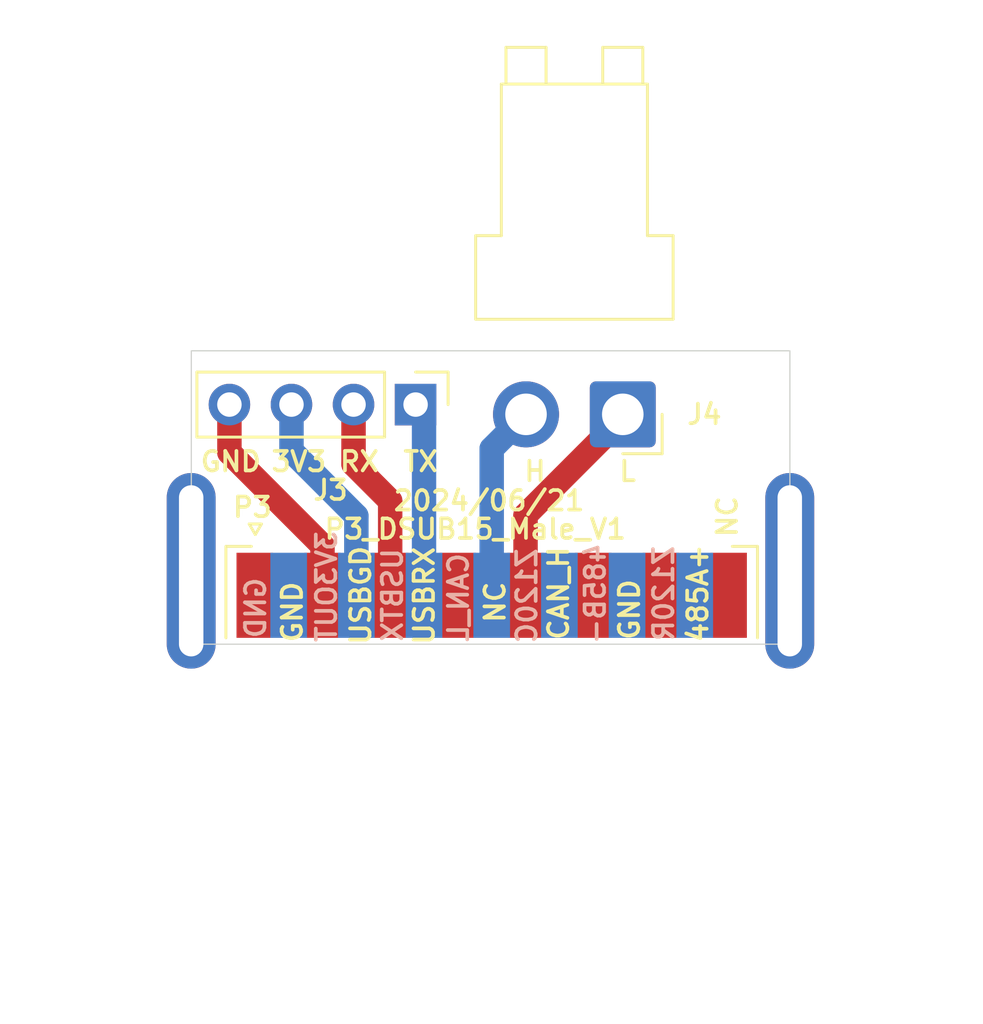
<source format=kicad_pcb>
(kicad_pcb (version 20221018) (generator pcbnew)
  (layers (0 "F.Cu" signal) (31 "B.Cu" signal) (34 "B.Paste" user) (35 "F.Paste" user) (36 "B.SilkS" user "B.Silkscreen") (37 "F.SilkS" user "F.Silkscreen") (38 "B.Mask" user) (39 "F.Mask" user) (44 "Edge.Cuts" user))
  (net 0 "")
  (net 1 "/RX_USB")
  (net 2 "/NC0")
  (net 3 "/CAN_H")
  (net 4 "/RS485_A+")
  (net 5 "/NC1")
  (net 6 "/Z120_R")
  (net 7 "/RS485_B-")
  (net 8 "/Z120_C")
  (net 9 "/CAL_L")
  (net 10 "/TX_USB")
  (net 11 "/3.3V_OUT")
  (net 12 "/GND_COM1")
  (net 13 "/GND_USB")
  (net 14 "/GND_COM3")
  (net 15 "/GND_COM2")
  (footprint "Connector_PinHeader_2.54mm:PinHeader_1x04_P2.54mm_Vertical" (layer "F.Cu") (at 141.68 72.7 -90)
    (fp_text reference "J3" (at 3.5 3.48) (layer "F.SilkS") (effects (font (size 0.8 0.8))))
    (fp_text value "4P_Header")
    (fp_line (start -1.33 -1.33) (end 0 -1.33) (stroke (width 0.12)) (layer "F.SilkS"))
    (fp_line (start -1.33 0) (end -1.33 -1.33) (stroke (width 0.12)) (layer "F.SilkS"))
    (fp_line (start -1.33 1.27) (end -1.33 8.95) (stroke (width 0.12)) (layer "F.SilkS"))
    (fp_line (start -1.33 1.27) (end 1.33 1.27) (stroke (width 0.12)) (layer "F.SilkS"))
    (fp_line (start -1.33 8.95) (end 1.33 8.95) (stroke (width 0.12)) (layer "F.SilkS"))
    (fp_line (start 1.33 1.27) (end 1.33 8.95) (stroke (width 0.12)) (layer "F.SilkS"))
    (pad "1" thru_hole rect (at 0 0 270) (size 1.7 1.7) (drill 1) (layers "*.Cu" "*.Mask") (net 10 "/TX_USB"))
    (pad "2" thru_hole oval (at 0 2.54 270) (size 1.7 1.7) (drill 1) (layers "*.Cu" "*.Mask") (net 1 "/RX_USB"))
    (pad "3" thru_hole oval (at 0 5.08 270) (size 1.7 1.7) (drill 1) (layers "*.Cu" "*.Mask") (net 11 "/3.3V_OUT"))
    (pad "4" thru_hole oval (at 0 7.62 270) (size 1.7 1.7) (drill 1) (layers "*.Cu" "*.Mask") (net 13 "/GND_USB"))
  )
  (footprint "Connector_JST:JST_VH_B2PS-VH_1x02_P3.96mm_Horizontal" (layer "F.Cu") (at 150.16 73.1 180)
    (fp_text reference "J4" (at -3.34 0) (layer "F.SilkS") (effects (font (size 0.8 0.8))))
    (fp_text value "B2PS-VH")
    (fp_line (start -2.06 3.89) (end 6.02 3.89) (stroke (width 0.12)) (layer "F.SilkS"))
    (fp_line (start -2.06 7.31) (end -2.06 3.89) (stroke (width 0.12)) (layer "F.SilkS"))
    (fp_line (start -1.61 -1.61) (end -1.61 0) (stroke (width 0.12)) (layer "F.SilkS"))
    (fp_line (start -1.01 7.31) (end -2.06 7.31) (stroke (width 0.12)) (layer "F.SilkS"))
    (fp_line (start -1.01 13.51) (end -1.01 7.31) (stroke (width 0.12)) (layer "F.SilkS"))
    (fp_line (start -0.82 13.51) (end -0.82 15.01) (stroke (width 0.12)) (layer "F.SilkS"))
    (fp_line (start -0.82 15.01) (end 0.82 15.01) (stroke (width 0.12)) (layer "F.SilkS"))
    (fp_line (start 0 -1.61) (end -1.61 -1.61) (stroke (width 0.12)) (layer "F.SilkS"))
    (fp_line (start 0.82 15.01) (end 0.82 13.51) (stroke (width 0.12)) (layer "F.SilkS"))
    (fp_line (start 3.14 13.51) (end 3.14 15.01) (stroke (width 0.12)) (layer "F.SilkS"))
    (fp_line (start 3.14 15.01) (end 4.78 15.01) (stroke (width 0.12)) (layer "F.SilkS"))
    (fp_line (start 4.78 15.01) (end 4.78 13.51) (stroke (width 0.12)) (layer "F.SilkS"))
    (fp_line (start 4.97 7.31) (end 4.97 13.51) (stroke (width 0.12)) (layer "F.SilkS"))
    (fp_line (start 4.97 13.51) (end -1.01 13.51) (stroke (width 0.12)) (layer "F.SilkS"))
    (fp_line (start 6.02 3.89) (end 6.02 7.31) (stroke (width 0.12)) (layer "F.SilkS"))
    (fp_line (start 6.02 7.31) (end 4.97 7.31) (stroke (width 0.12)) (layer "F.SilkS"))
    (pad "1" thru_hole roundrect (at 0 0 180) (size 2.7 2.7) (drill 1.7) (layers "*.Cu" "*.Mask") (roundrect_rratio 0.092593) (net 3 "/CAN_H"))
    (pad "2" thru_hole circle (at 3.96 0 180) (size 2.7 2.7) (drill 1.7) (layers "*.Cu" "*.Mask") (net 9 "/CAL_L"))
  )
  (footprint "Connector_Dsub:DSUB-15_Male_EdgeMount_P2.77mm_1" (layer "F.Cu") (at 144.795 80.5)
    (fp_text reference "P3" (at -9.795 -3.6) (layer "F.SilkS") (effects (font (size 0.8 0.8))))
    (fp_text value "DA15")
    (fp_line (start -10.878333 -2) (end -10.878333 1.74) (stroke (width 0.12)) (layer "F.SilkS"))
    (fp_line (start -9.925 -2.916506) (end -9.425 -2.916506) (stroke (width 0.12)) (layer "F.SilkS"))
    (fp_line (start -9.835834 -2) (end -10.864167 -2) (stroke (width 0.12)) (layer "F.SilkS"))
    (fp_line (start -9.675 -2.483493) (end -9.925 -2.916506) (stroke (width 0.12)) (layer "F.SilkS"))
    (fp_line (start -9.425 -2.916506) (end -9.675 -2.483493) (stroke (width 0.12)) (layer "F.SilkS"))
    (fp_line (start 10.878333 -2) (end 9.85 -2) (stroke (width 0.12)) (layer "F.SilkS"))
    (fp_line (start 10.878333 1.74) (end 10.878333 -2) (stroke (width 0.12)) (layer "F.SilkS"))
    (pad "0" thru_hole oval (at -12.3 -1) (size 2 8) (drill oval 1 7) (layers "*.Cu" "*.Mask"))
    (pad "0" thru_hole oval (at 12.2 -1) (size 2 8) (drill oval 1 7) (layers "*.Cu" "*.Mask"))
    (pad "1" smd rect (at -9.695 0) (size 1.5 3.48) (layers "F.Cu" "F.Paste" "F.Mask") (net 12 "/GND_COM1"))
    (pad "2" smd rect (at -6.925 0) (size 1.5 3.48) (layers "F.Cu" "F.Paste" "F.Mask") (net 13 "/GND_USB"))
    (pad "3" smd rect (at -4.155 0) (size 1.5 3.48) (layers "F.Cu" "F.Paste" "F.Mask") (net 1 "/RX_USB"))
    (pad "4" smd rect (at -1.385 0) (size 1.5 3.48) (layers "F.Cu" "F.Paste" "F.Mask") (net 2 "/NC0"))
    (pad "5" smd rect (at 1.385 0) (size 1.5 3.48) (layers "F.Cu" "F.Paste" "F.Mask") (net 3 "/CAN_H"))
    (pad "6" smd rect (at 4.155 0) (size 1.5 3.48) (layers "F.Cu" "F.Paste" "F.Mask") (net 14 "/GND_COM3"))
    (pad "7" smd rect (at 6.925 0) (size 1.5 3.48) (layers "F.Cu" "F.Paste" "F.Mask") (net 4 "/RS485_A+"))
    (pad "8" smd rect (at 9.695 0) (size 1.5 3.48) (layers "F.Cu" "F.Paste" "F.Mask") (net 5 "/NC1"))
    (pad "9" smd rect (at -8.31 0) (size 1.5 3.48) (layers "B.Cu" "B.Paste" "B.Mask") (net 15 "/GND_COM2"))
    (pad "10" smd rect (at -5.54 0) (size 1.5 3.48) (layers "B.Cu" "B.Paste" "B.Mask") (net 11 "/3.3V_OUT"))
    (pad "11" smd rect (at -2.77 0) (size 1.5 3.48) (layers "B.Cu" "B.Paste" "B.Mask") (net 10 "/TX_USB"))
    (pad "12" smd rect (at 0 0) (size 1.5 3.48) (layers "B.Cu" "B.Paste" "B.Mask") (net 9 "/CAL_L"))
    (pad "13" smd rect (at 2.77 0) (size 1.5 3.48) (layers "B.Cu" "B.Paste" "B.Mask") (net 8 "/Z120_C"))
    (pad "14" smd rect (at 5.54 0) (size 1.5 3.48) (layers "B.Cu" "B.Paste" "B.Mask") (net 7 "/RS485_B-"))
    (pad "15" smd rect (at 8.31 0) (size 1.5 3.48) (layers "B.Cu" "B.Paste" "B.Mask") (net 6 "/Z120_R"))
  )
  (gr_rect (start 132.5 70.5) (end 157 82.5) (stroke (width 0.05)) (fill none) (layer "Edge.Cuts"))
  (gr_text "CAN_L" (at 143.9 78.7 90) (layer "B.SilkS") (effects (font (size 0.8 0.8) (thickness 0.15) bold) (justify left bottom mirror)))
  (gr_text "Z120R" (at 152.3 78.4 90) (layer "B.SilkS") (effects (font (size 0.8 0.8) (thickness 0.15) bold) (justify left bottom mirror)))
  (gr_text "Z120C" (at 146.7 78.5 90) (layer "B.SilkS") (effects (font (size 0.8 0.8) (thickness 0.15) bold) (justify left bottom mirror)))
  (gr_text "USBTX" (at 141.2 78.5 90) (layer "B.SilkS") (effects (font (size 0.8 0.8) (thickness 0.15) bold) (justify left bottom mirror)))
  (gr_text "485B-" (at 149.5 78.3 90) (layer "B.SilkS") (effects (font (size 0.8 0.8) (thickness 0.15) bold) (justify left bottom mirror)))
  (gr_text "3V3OUT" (at 138.5 77.8 90) (layer "B.SilkS") (effects (font (size 0.8 0.8) (thickness 0.15) bold) (justify left bottom mirror)))
  (gr_text "GND" (at 135.6 79.7 90) (layer "B.SilkS") (effects (font (size 0.8 0.8) (thickness 0.15) bold) (justify left bottom mirror)))
  (gr_text "USBRX" (at 142.5 82.6 90) (layer "F.SilkS") (effects (font (size 0.8 0.8)) (justify left bottom)))
  (gr_text "USBGD" (at 139.9 82.6 90) (layer "F.SilkS") (effects (font (size 0.8 0.8)) (justify left bottom)))
  (gr_text "3V3" (at 135.7 75.5) (layer "F.SilkS") (effects (font (size 0.8 0.8)) (justify left bottom)))
  (gr_text "485A+" (at 153.7 82.5 90) (layer "F.SilkS") (effects (font (size 0.8 0.8)) (justify left bottom)))
  (gr_text "GND" (at 132.8 75.5) (layer "F.SilkS") (effects (font (size 0.8 0.8)) (justify left bottom)))
  (gr_text "NC" (at 145.4 81.7 90) (layer "F.SilkS") (effects (font (size 0.8 0.8)) (justify left bottom)))
  (gr_text "P3_DSUB15_Male_V1" (at 137.87 78.26) (layer "F.SilkS") (effects (font (size 0.8 0.8)) (justify left bottom)))
  (gr_text "TX" (at 141.1 75.5) (layer "F.SilkS") (effects (font (size 0.8 0.8)) (justify left bottom)))
  (gr_text "GND" (at 137.1 82.5 90) (layer "F.SilkS") (effects (font (size 0.8 0.8)) (justify left bottom)))
  (gr_text "H     L\n" (at 146.05 75.9) (layer "F.SilkS") (effects (font (size 0.8 0.8)) (justify left bottom)))
  (gr_text "CAN_H" (at 148 82.4 90) (layer "F.SilkS") (effects (font (size 0.8 0.8)) (justify left bottom)))
  (gr_text "NC" (at 154.9 78.2 90) (layer "F.SilkS") (effects (font (size 0.8 0.8)) (justify left bottom)))
  (gr_text "RX" (at 138.5 75.5) (layer "F.SilkS") (effects (font (size 0.8 0.8)) (justify left bottom)))
  (gr_text "GND" (at 150.9 82.4 90) (layer "F.SilkS") (effects (font (size 0.8 0.8)) (justify left bottom)))
  (gr_text "2024/06/21" (at 140.7 77.1) (layer "F.SilkS") (effects (font (size 0.8 0.8) (thickness 0.15) bold) (justify left bottom)))
  (segment (start 140.64 80.5) (end 140.64 76.64) (width 1) (layer "F.Cu") (net 1))
  (segment (start 139.14 75.14) (end 139.14 72.7) (width 1) (layer "F.Cu") (net 1))
  (segment (start 140.64 76.64) (end 139.14 75.14) (width 1) (layer "F.Cu") (net 1))
  (segment (start 146.18 77.22) (end 150.16 73.24) (width 1) (layer "F.Cu") (net 3))
  (segment (start 146.18 80.5) (end 146.18 77.22) (width 1) (layer "F.Cu") (net 3))
  (segment (start 150.16 73.24) (end 150.16 73.1) (width 1) (layer "F.Cu") (net 3))
  (segment (start 144.795 80.5) (end 144.795 74.505) (width 1) (layer "B.Cu") (net 9))
  (segment (start 144.795 74.505) (end 146.2 73.1) (width 1) (layer "B.Cu") (net 9))
  (segment (start 142.025 80.5) (end 142.025 73.045) (width 1) (layer "B.Cu") (net 10))
  (segment (start 142.025 73.045) (end 141.68 72.7) (width 1) (layer "B.Cu") (net 10))
  (segment (start 139.255 80.5) (end 139.255 77.255) (width 1) (layer "B.Cu") (net 11))
  (segment (start 139.255 77.255) (end 136.6 74.6) (width 1) (layer "B.Cu") (net 11))
  (segment (start 136.6 74.6) (end 136.6 72.7) (width 1) (layer "B.Cu") (net 11))
  (segment (start 137.87 80.5) (end 137.87 78.47) (width 1) (layer "F.Cu") (net 13))
  (segment (start 137.87 78.47) (end 134.06 74.66) (width 1) (layer "F.Cu") (net 13))
  (segment (start 134.06 74.66) (end 134.06 72.7) (width 1) (layer "F.Cu") (net 13))
)
</source>
